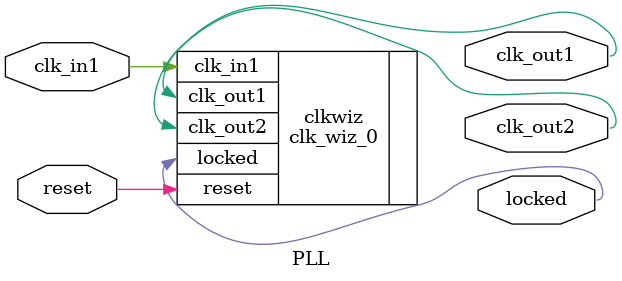
<source format=v>
module PLL(clk_out1, clk_out2, reset, locked, clk_in1);
    output clk_out1;
    output clk_out2;
    input reset;
    output locked;
    input clk_in1;

    clk_wiz_0 clkwiz(
        .clk_out1(clk_out1),
        .clk_out2(clk_out2),
        .reset(reset),
        .locked(locked),
        .clk_in1(clk_in1)
    );
endmodule

</source>
